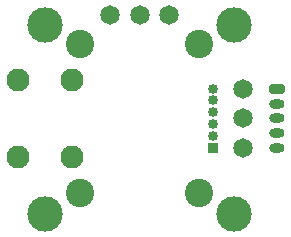
<source format=gbs>
%TF.GenerationSoftware,KiCad,Pcbnew,(6.0.0)*%
%TF.CreationDate,2022-03-27T15:49:17-04:00*%
%TF.ProjectId,TM_Warthog_Open_Analog_Slew,544d5f57-6172-4746-986f-675f4f70656e,rev?*%
%TF.SameCoordinates,Original*%
%TF.FileFunction,Soldermask,Bot*%
%TF.FilePolarity,Negative*%
%FSLAX46Y46*%
G04 Gerber Fmt 4.6, Leading zero omitted, Abs format (unit mm)*
G04 Created by KiCad (PCBNEW (6.0.0)) date 2022-03-27 15:49:17*
%MOMM*%
%LPD*%
G01*
G04 APERTURE LIST*
G04 Aperture macros list*
%AMRoundRect*
0 Rectangle with rounded corners*
0 $1 Rounding radius*
0 $2 $3 $4 $5 $6 $7 $8 $9 X,Y pos of 4 corners*
0 Add a 4 corners polygon primitive as box body*
4,1,4,$2,$3,$4,$5,$6,$7,$8,$9,$2,$3,0*
0 Add four circle primitives for the rounded corners*
1,1,$1+$1,$2,$3*
1,1,$1+$1,$4,$5*
1,1,$1+$1,$6,$7*
1,1,$1+$1,$8,$9*
0 Add four rect primitives between the rounded corners*
20,1,$1+$1,$2,$3,$4,$5,0*
20,1,$1+$1,$4,$5,$6,$7,0*
20,1,$1+$1,$6,$7,$8,$9,0*
20,1,$1+$1,$8,$9,$2,$3,0*%
G04 Aperture macros list end*
%ADD10C,3.000000*%
%ADD11RoundRect,0.200000X-0.450000X0.200000X-0.450000X-0.200000X0.450000X-0.200000X0.450000X0.200000X0*%
%ADD12O,1.300000X0.800000*%
%ADD13R,0.850000X0.850000*%
%ADD14O,0.850000X0.850000*%
%ADD15C,1.950000*%
%ADD16C,1.650000*%
%ADD17C,2.400000*%
G04 APERTURE END LIST*
D10*
%TO.C,*%
X155343374Y-98672145D03*
%TD*%
%TO.C,*%
X139343483Y-114672165D03*
%TD*%
D11*
%TO.C,J1*%
X158955024Y-104112387D03*
D12*
X158955024Y-105362387D03*
X158955024Y-106612387D03*
X158955024Y-107862387D03*
X158955024Y-109112387D03*
%TD*%
D10*
%TO.C,*%
X139343483Y-98672145D03*
%TD*%
D13*
%TO.C,J2*%
X153560265Y-109079538D03*
D14*
X153560265Y-108079538D03*
X153560265Y-107079538D03*
X153560265Y-106079538D03*
X153560265Y-105079538D03*
X153560265Y-104079538D03*
%TD*%
D10*
%TO.C,*%
X155343374Y-114672645D03*
%TD*%
D15*
%TO.C,S1*%
X141565123Y-109856941D03*
D16*
X144815123Y-97876941D03*
X147315123Y-97876941D03*
X149815123Y-97876941D03*
D15*
X137065123Y-109856941D03*
D16*
X156045123Y-104106941D03*
X156045123Y-106606941D03*
X156045123Y-109106941D03*
D15*
X141565123Y-103356941D03*
X137065123Y-103356941D03*
D17*
X142315123Y-112931941D03*
X152315123Y-112931941D03*
X142315123Y-100281941D03*
X152315123Y-100281941D03*
%TD*%
M02*

</source>
